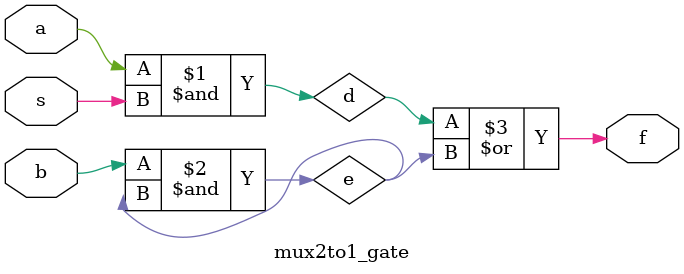
<source format=v>
module mux2to1_gate(a,b,s,f);
	input a,b,s;
	output f;
	
	wire c,d,e;
	not(c,s);
	and(d,a,s);
	and(e,b,e);
	
	or(f,d,e);
endmodule
</source>
